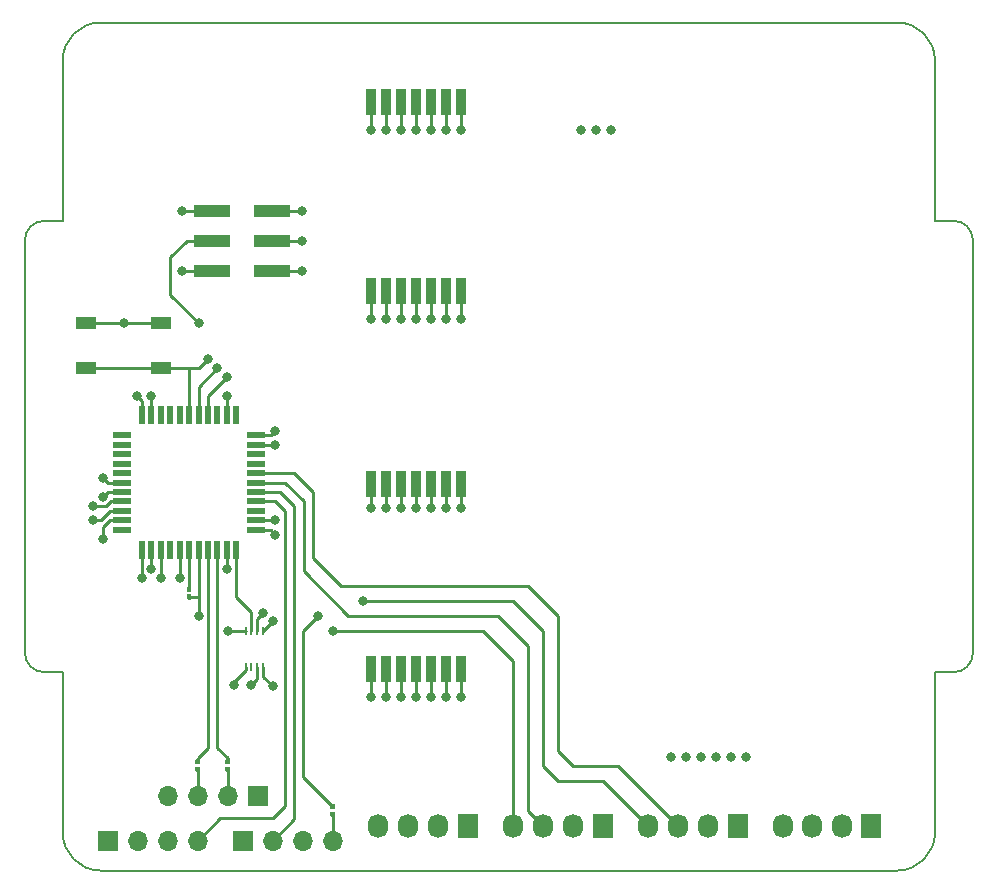
<source format=gbr>
%TF.GenerationSoftware,KiCad,Pcbnew,6.0.0-rc1-unknown-51473d9~66~ubuntu18.04.1*%
%TF.CreationDate,2018-10-04T17:45:44-06:00*%
%TF.ProjectId,thelio-io,7468656C696F2D696F2E6B696361645F,rev?*%
%TF.SameCoordinates,Original*%
%TF.FileFunction,Copper,L4,Bot,Signal*%
%TF.FilePolarity,Positive*%
%FSLAX46Y46*%
G04 Gerber Fmt 4.6, Leading zero omitted, Abs format (unit mm)*
G04 Created by KiCad (PCBNEW 6.0.0-rc1-unknown-51473d9~66~ubuntu18.04.1) date Thu Oct  4 17:45:44 2018*
%MOMM*%
%LPD*%
G01*
G04 APERTURE LIST*
%TA.AperFunction,NonConductor*%
%ADD10C,0.200000*%
%TD*%
%TA.AperFunction,NonConductor*%
%ADD11C,0.150000*%
%TD*%
%TA.AperFunction,ComponentPad*%
%ADD12O,1.730000X2.030000*%
%TD*%
%TA.AperFunction,ComponentPad*%
%ADD13R,1.730000X2.030000*%
%TD*%
%TA.AperFunction,ComponentPad*%
%ADD14O,1.700000X1.700000*%
%TD*%
%TA.AperFunction,ComponentPad*%
%ADD15R,1.700000X1.700000*%
%TD*%
%TA.AperFunction,SMDPad,CuDef*%
%ADD16R,3.150000X1.000000*%
%TD*%
%TA.AperFunction,SMDPad,CuDef*%
%ADD17R,1.700000X1.000000*%
%TD*%
%TA.AperFunction,SMDPad,CuDef*%
%ADD18R,0.900000X2.300000*%
%TD*%
%TA.AperFunction,Conductor*%
%ADD19C,0.350000*%
%TD*%
%TA.AperFunction,SMDPad,CuDef*%
%ADD20C,0.400000*%
%TD*%
%TA.AperFunction,SMDPad,CuDef*%
%ADD21R,0.250000X0.750000*%
%TD*%
%TA.AperFunction,SMDPad,CuDef*%
%ADD22R,1.500000X0.550000*%
%TD*%
%TA.AperFunction,SMDPad,CuDef*%
%ADD23R,0.550000X1.500000*%
%TD*%
%TA.AperFunction,ViaPad*%
%ADD24C,0.800000*%
%TD*%
%TA.AperFunction,Conductor*%
%ADD25C,0.250000*%
%TD*%
G04 APERTURE END LIST*
D10*
X77050000Y-53400000D02*
G75*
G02X75450000Y-55000000I-1600000J0D01*
G01*
X73850000Y-55000000D02*
X75450000Y-55000000D01*
X73850000Y-16800000D02*
X75450000Y-16800000D01*
X75450000Y-16800000D02*
G75*
G02X77050000Y-18400000I0J-1600000D01*
G01*
X77050000Y-18400000D02*
X77050000Y-53400000D01*
X-3200000Y-18400000D02*
G75*
G02X-1600000Y-16800000I1600000J0D01*
G01*
X-3200000Y-53400000D02*
X-3200000Y-18400000D01*
X-1600000Y-55000000D02*
G75*
G02X-3200000Y-53400000I0J1600000D01*
G01*
X0Y-55000000D02*
X-1600000Y-55000000D01*
X0Y-16800000D02*
X-1600000Y-16800000D01*
X0Y-55000000D02*
X0Y-68600000D01*
X0Y-16800000D02*
X0Y-3200000D01*
X73850000Y-55000000D02*
X73850000Y-68600000D01*
X73850000Y-16800000D02*
X73850000Y-3200000D01*
D11*
X73850000Y-68600000D02*
G75*
G02X70650000Y-71800000I-3200000J0D01*
G01*
D10*
X3200000Y-71800000D02*
G75*
G02X0Y-68600000I0J3200000D01*
G01*
X70650000Y-71800000D02*
X3200000Y-71800000D01*
X0Y-3200000D02*
G75*
G02X3200000Y0I3200000J0D01*
G01*
X70650000Y0D02*
G75*
G02X73850000Y-3200000I0J-3200000D01*
G01*
X3200000Y0D02*
X70650000Y0D01*
D12*
%TO.P,POWER0,4*%
%TO.N,+5V*%
X60960000Y-67990000D03*
%TO.P,POWER0,3*%
%TO.N,GND*%
X63460000Y-67990000D03*
%TO.P,POWER0,2*%
X65960000Y-67990000D03*
D13*
%TO.P,POWER0,1*%
%TO.N,+12V*%
X68460000Y-67990000D03*
%TD*%
D14*
%TO.P,USB0,4*%
%TO.N,GND*%
X8890000Y-65450000D03*
%TO.P,USB0,3*%
%TO.N,Net-(R0-Pad1)*%
X11430000Y-65450000D03*
%TO.P,USB0,2*%
%TO.N,Net-(R1-Pad1)*%
X13970000Y-65450000D03*
D15*
%TO.P,USB0,1*%
%TO.N,VCC*%
X16510000Y-65450000D03*
%TD*%
D16*
%TO.P,ICSP0,6*%
%TO.N,GND*%
X17705000Y-15920000D03*
%TO.P,ICSP0,5*%
%TO.N,RST*%
X12655000Y-15920000D03*
%TO.P,ICSP0,4*%
%TO.N,MOSI*%
X17705000Y-18460000D03*
%TO.P,ICSP0,3*%
%TO.N,SCLK*%
X12655000Y-18460000D03*
%TO.P,ICSP0,2*%
%TO.N,VCC*%
X17705000Y-21000000D03*
%TO.P,ICSP0,1*%
%TO.N,MISO*%
X12655000Y-21000000D03*
%TD*%
D17*
%TO.P,B0,2*%
%TO.N,PB4*%
X2000000Y-29250000D03*
X8300000Y-29250000D03*
%TO.P,B0,1*%
%TO.N,GND*%
X2000000Y-25450000D03*
X8300000Y-25450000D03*
%TD*%
D18*
%TO.P,DATA1,1*%
%TO.N,Net-(DATA1-Pad1)*%
X33720000Y-22760000D03*
%TO.P,DATA1,2*%
%TO.N,Net-(DATA1-Pad2)*%
X32450000Y-22760000D03*
%TO.P,DATA1,3*%
%TO.N,Net-(DATA1-Pad3)*%
X31180000Y-22760000D03*
%TO.P,DATA1,4*%
%TO.N,Net-(DATA1-Pad4)*%
X29910000Y-22760000D03*
%TO.P,DATA1,5*%
%TO.N,Net-(DATA1-Pad5)*%
X28640000Y-22760000D03*
%TO.P,DATA1,6*%
%TO.N,Net-(DATA1-Pad6)*%
X27370000Y-22760000D03*
%TO.P,DATA1,7*%
%TO.N,Net-(DATA1-Pad7)*%
X26100000Y-22760000D03*
%TD*%
%TO.P,DATA0,1*%
%TO.N,Net-(DATA0-Pad1)*%
X33720000Y-6760000D03*
%TO.P,DATA0,2*%
%TO.N,Net-(DATA0-Pad2)*%
X32450000Y-6760000D03*
%TO.P,DATA0,3*%
%TO.N,Net-(DATA0-Pad3)*%
X31180000Y-6760000D03*
%TO.P,DATA0,4*%
%TO.N,Net-(DATA0-Pad4)*%
X29910000Y-6760000D03*
%TO.P,DATA0,5*%
%TO.N,Net-(DATA0-Pad5)*%
X28640000Y-6760000D03*
%TO.P,DATA0,6*%
%TO.N,Net-(DATA0-Pad6)*%
X27370000Y-6760000D03*
%TO.P,DATA0,7*%
%TO.N,Net-(DATA0-Pad7)*%
X26100000Y-6760000D03*
%TD*%
%TO.P,DATA3,1*%
%TO.N,Net-(DATA3-Pad1)*%
X33720000Y-54760000D03*
%TO.P,DATA3,2*%
%TO.N,Net-(DATA3-Pad2)*%
X32450000Y-54760000D03*
%TO.P,DATA3,3*%
%TO.N,Net-(DATA3-Pad3)*%
X31180000Y-54760000D03*
%TO.P,DATA3,4*%
%TO.N,Net-(DATA3-Pad4)*%
X29910000Y-54760000D03*
%TO.P,DATA3,5*%
%TO.N,Net-(DATA3-Pad5)*%
X28640000Y-54760000D03*
%TO.P,DATA3,6*%
%TO.N,Net-(DATA3-Pad6)*%
X27370000Y-54760000D03*
%TO.P,DATA3,7*%
%TO.N,Net-(DATA3-Pad7)*%
X26100000Y-54760000D03*
%TD*%
%TO.P,DATA2,1*%
%TO.N,Net-(DATA2-Pad1)*%
X33720000Y-39110000D03*
%TO.P,DATA2,2*%
%TO.N,Net-(DATA2-Pad2)*%
X32450000Y-39110000D03*
%TO.P,DATA2,3*%
%TO.N,Net-(DATA2-Pad3)*%
X31180000Y-39110000D03*
%TO.P,DATA2,4*%
%TO.N,Net-(DATA2-Pad4)*%
X29910000Y-39110000D03*
%TO.P,DATA2,5*%
%TO.N,Net-(DATA2-Pad5)*%
X28640000Y-39110000D03*
%TO.P,DATA2,6*%
%TO.N,Net-(DATA2-Pad6)*%
X27370000Y-39110000D03*
%TO.P,DATA2,7*%
%TO.N,Net-(DATA2-Pad7)*%
X26100000Y-39110000D03*
%TD*%
D19*
%TO.N,GND*%
%TO.C,C0*%
G36*
X10809802Y-48395482D02*
X10819509Y-48396921D01*
X10829028Y-48399306D01*
X10838268Y-48402612D01*
X10847140Y-48406808D01*
X10855557Y-48411853D01*
X10863439Y-48417699D01*
X10870711Y-48424289D01*
X10877301Y-48431561D01*
X10883147Y-48439443D01*
X10888192Y-48447860D01*
X10892388Y-48456732D01*
X10895694Y-48465972D01*
X10898079Y-48475491D01*
X10899518Y-48485198D01*
X10900000Y-48495000D01*
X10900000Y-48755000D01*
X10899518Y-48764802D01*
X10898079Y-48774509D01*
X10895694Y-48784028D01*
X10892388Y-48793268D01*
X10888192Y-48802140D01*
X10883147Y-48810557D01*
X10877301Y-48818439D01*
X10870711Y-48825711D01*
X10863439Y-48832301D01*
X10855557Y-48838147D01*
X10847140Y-48843192D01*
X10838268Y-48847388D01*
X10829028Y-48850694D01*
X10819509Y-48853079D01*
X10809802Y-48854518D01*
X10800000Y-48855000D01*
X10600000Y-48855000D01*
X10590198Y-48854518D01*
X10580491Y-48853079D01*
X10570972Y-48850694D01*
X10561732Y-48847388D01*
X10552860Y-48843192D01*
X10544443Y-48838147D01*
X10536561Y-48832301D01*
X10529289Y-48825711D01*
X10522699Y-48818439D01*
X10516853Y-48810557D01*
X10511808Y-48802140D01*
X10507612Y-48793268D01*
X10504306Y-48784028D01*
X10501921Y-48774509D01*
X10500482Y-48764802D01*
X10500000Y-48755000D01*
X10500000Y-48495000D01*
X10500482Y-48485198D01*
X10501921Y-48475491D01*
X10504306Y-48465972D01*
X10507612Y-48456732D01*
X10511808Y-48447860D01*
X10516853Y-48439443D01*
X10522699Y-48431561D01*
X10529289Y-48424289D01*
X10536561Y-48417699D01*
X10544443Y-48411853D01*
X10552860Y-48406808D01*
X10561732Y-48402612D01*
X10570972Y-48399306D01*
X10580491Y-48396921D01*
X10590198Y-48395482D01*
X10600000Y-48395000D01*
X10800000Y-48395000D01*
X10809802Y-48395482D01*
X10809802Y-48395482D01*
G37*
D20*
%TD*%
%TO.P,C0,2*%
%TO.N,GND*%
X10700000Y-48625000D03*
D19*
%TO.N,Net-(AVR0-Pad6)*%
%TO.C,C0*%
G36*
X10809802Y-47755482D02*
X10819509Y-47756921D01*
X10829028Y-47759306D01*
X10838268Y-47762612D01*
X10847140Y-47766808D01*
X10855557Y-47771853D01*
X10863439Y-47777699D01*
X10870711Y-47784289D01*
X10877301Y-47791561D01*
X10883147Y-47799443D01*
X10888192Y-47807860D01*
X10892388Y-47816732D01*
X10895694Y-47825972D01*
X10898079Y-47835491D01*
X10899518Y-47845198D01*
X10900000Y-47855000D01*
X10900000Y-48115000D01*
X10899518Y-48124802D01*
X10898079Y-48134509D01*
X10895694Y-48144028D01*
X10892388Y-48153268D01*
X10888192Y-48162140D01*
X10883147Y-48170557D01*
X10877301Y-48178439D01*
X10870711Y-48185711D01*
X10863439Y-48192301D01*
X10855557Y-48198147D01*
X10847140Y-48203192D01*
X10838268Y-48207388D01*
X10829028Y-48210694D01*
X10819509Y-48213079D01*
X10809802Y-48214518D01*
X10800000Y-48215000D01*
X10600000Y-48215000D01*
X10590198Y-48214518D01*
X10580491Y-48213079D01*
X10570972Y-48210694D01*
X10561732Y-48207388D01*
X10552860Y-48203192D01*
X10544443Y-48198147D01*
X10536561Y-48192301D01*
X10529289Y-48185711D01*
X10522699Y-48178439D01*
X10516853Y-48170557D01*
X10511808Y-48162140D01*
X10507612Y-48153268D01*
X10504306Y-48144028D01*
X10501921Y-48134509D01*
X10500482Y-48124802D01*
X10500000Y-48115000D01*
X10500000Y-47855000D01*
X10500482Y-47845198D01*
X10501921Y-47835491D01*
X10504306Y-47825972D01*
X10507612Y-47816732D01*
X10511808Y-47807860D01*
X10516853Y-47799443D01*
X10522699Y-47791561D01*
X10529289Y-47784289D01*
X10536561Y-47777699D01*
X10544443Y-47771853D01*
X10552860Y-47766808D01*
X10561732Y-47762612D01*
X10570972Y-47759306D01*
X10580491Y-47756921D01*
X10590198Y-47755482D01*
X10600000Y-47755000D01*
X10800000Y-47755000D01*
X10809802Y-47755482D01*
X10809802Y-47755482D01*
G37*
D20*
%TD*%
%TO.P,C0,1*%
%TO.N,Net-(AVR0-Pad6)*%
X10700000Y-47985000D03*
D19*
%TO.N,Net-(AVR0-Pad4)*%
%TO.C,R0*%
G36*
X11539802Y-62360482D02*
X11549509Y-62361921D01*
X11559028Y-62364306D01*
X11568268Y-62367612D01*
X11577140Y-62371808D01*
X11585557Y-62376853D01*
X11593439Y-62382699D01*
X11600711Y-62389289D01*
X11607301Y-62396561D01*
X11613147Y-62404443D01*
X11618192Y-62412860D01*
X11622388Y-62421732D01*
X11625694Y-62430972D01*
X11628079Y-62440491D01*
X11629518Y-62450198D01*
X11630000Y-62460000D01*
X11630000Y-62720000D01*
X11629518Y-62729802D01*
X11628079Y-62739509D01*
X11625694Y-62749028D01*
X11622388Y-62758268D01*
X11618192Y-62767140D01*
X11613147Y-62775557D01*
X11607301Y-62783439D01*
X11600711Y-62790711D01*
X11593439Y-62797301D01*
X11585557Y-62803147D01*
X11577140Y-62808192D01*
X11568268Y-62812388D01*
X11559028Y-62815694D01*
X11549509Y-62818079D01*
X11539802Y-62819518D01*
X11530000Y-62820000D01*
X11330000Y-62820000D01*
X11320198Y-62819518D01*
X11310491Y-62818079D01*
X11300972Y-62815694D01*
X11291732Y-62812388D01*
X11282860Y-62808192D01*
X11274443Y-62803147D01*
X11266561Y-62797301D01*
X11259289Y-62790711D01*
X11252699Y-62783439D01*
X11246853Y-62775557D01*
X11241808Y-62767140D01*
X11237612Y-62758268D01*
X11234306Y-62749028D01*
X11231921Y-62739509D01*
X11230482Y-62729802D01*
X11230000Y-62720000D01*
X11230000Y-62460000D01*
X11230482Y-62450198D01*
X11231921Y-62440491D01*
X11234306Y-62430972D01*
X11237612Y-62421732D01*
X11241808Y-62412860D01*
X11246853Y-62404443D01*
X11252699Y-62396561D01*
X11259289Y-62389289D01*
X11266561Y-62382699D01*
X11274443Y-62376853D01*
X11282860Y-62371808D01*
X11291732Y-62367612D01*
X11300972Y-62364306D01*
X11310491Y-62361921D01*
X11320198Y-62360482D01*
X11330000Y-62360000D01*
X11530000Y-62360000D01*
X11539802Y-62360482D01*
X11539802Y-62360482D01*
G37*
D20*
%TD*%
%TO.P,R0,2*%
%TO.N,Net-(AVR0-Pad4)*%
X11430000Y-62590000D03*
D19*
%TO.N,Net-(R0-Pad1)*%
%TO.C,R0*%
G36*
X11539802Y-63000482D02*
X11549509Y-63001921D01*
X11559028Y-63004306D01*
X11568268Y-63007612D01*
X11577140Y-63011808D01*
X11585557Y-63016853D01*
X11593439Y-63022699D01*
X11600711Y-63029289D01*
X11607301Y-63036561D01*
X11613147Y-63044443D01*
X11618192Y-63052860D01*
X11622388Y-63061732D01*
X11625694Y-63070972D01*
X11628079Y-63080491D01*
X11629518Y-63090198D01*
X11630000Y-63100000D01*
X11630000Y-63360000D01*
X11629518Y-63369802D01*
X11628079Y-63379509D01*
X11625694Y-63389028D01*
X11622388Y-63398268D01*
X11618192Y-63407140D01*
X11613147Y-63415557D01*
X11607301Y-63423439D01*
X11600711Y-63430711D01*
X11593439Y-63437301D01*
X11585557Y-63443147D01*
X11577140Y-63448192D01*
X11568268Y-63452388D01*
X11559028Y-63455694D01*
X11549509Y-63458079D01*
X11539802Y-63459518D01*
X11530000Y-63460000D01*
X11330000Y-63460000D01*
X11320198Y-63459518D01*
X11310491Y-63458079D01*
X11300972Y-63455694D01*
X11291732Y-63452388D01*
X11282860Y-63448192D01*
X11274443Y-63443147D01*
X11266561Y-63437301D01*
X11259289Y-63430711D01*
X11252699Y-63423439D01*
X11246853Y-63415557D01*
X11241808Y-63407140D01*
X11237612Y-63398268D01*
X11234306Y-63389028D01*
X11231921Y-63379509D01*
X11230482Y-63369802D01*
X11230000Y-63360000D01*
X11230000Y-63100000D01*
X11230482Y-63090198D01*
X11231921Y-63080491D01*
X11234306Y-63070972D01*
X11237612Y-63061732D01*
X11241808Y-63052860D01*
X11246853Y-63044443D01*
X11252699Y-63036561D01*
X11259289Y-63029289D01*
X11266561Y-63022699D01*
X11274443Y-63016853D01*
X11282860Y-63011808D01*
X11291732Y-63007612D01*
X11300972Y-63004306D01*
X11310491Y-63001921D01*
X11320198Y-63000482D01*
X11330000Y-63000000D01*
X11530000Y-63000000D01*
X11539802Y-63000482D01*
X11539802Y-63000482D01*
G37*
D20*
%TD*%
%TO.P,R0,1*%
%TO.N,Net-(R0-Pad1)*%
X11430000Y-63230000D03*
D19*
%TO.N,Net-(AVR0-Pad3)*%
%TO.C,R1*%
G36*
X14079802Y-62360482D02*
X14089509Y-62361921D01*
X14099028Y-62364306D01*
X14108268Y-62367612D01*
X14117140Y-62371808D01*
X14125557Y-62376853D01*
X14133439Y-62382699D01*
X14140711Y-62389289D01*
X14147301Y-62396561D01*
X14153147Y-62404443D01*
X14158192Y-62412860D01*
X14162388Y-62421732D01*
X14165694Y-62430972D01*
X14168079Y-62440491D01*
X14169518Y-62450198D01*
X14170000Y-62460000D01*
X14170000Y-62720000D01*
X14169518Y-62729802D01*
X14168079Y-62739509D01*
X14165694Y-62749028D01*
X14162388Y-62758268D01*
X14158192Y-62767140D01*
X14153147Y-62775557D01*
X14147301Y-62783439D01*
X14140711Y-62790711D01*
X14133439Y-62797301D01*
X14125557Y-62803147D01*
X14117140Y-62808192D01*
X14108268Y-62812388D01*
X14099028Y-62815694D01*
X14089509Y-62818079D01*
X14079802Y-62819518D01*
X14070000Y-62820000D01*
X13870000Y-62820000D01*
X13860198Y-62819518D01*
X13850491Y-62818079D01*
X13840972Y-62815694D01*
X13831732Y-62812388D01*
X13822860Y-62808192D01*
X13814443Y-62803147D01*
X13806561Y-62797301D01*
X13799289Y-62790711D01*
X13792699Y-62783439D01*
X13786853Y-62775557D01*
X13781808Y-62767140D01*
X13777612Y-62758268D01*
X13774306Y-62749028D01*
X13771921Y-62739509D01*
X13770482Y-62729802D01*
X13770000Y-62720000D01*
X13770000Y-62460000D01*
X13770482Y-62450198D01*
X13771921Y-62440491D01*
X13774306Y-62430972D01*
X13777612Y-62421732D01*
X13781808Y-62412860D01*
X13786853Y-62404443D01*
X13792699Y-62396561D01*
X13799289Y-62389289D01*
X13806561Y-62382699D01*
X13814443Y-62376853D01*
X13822860Y-62371808D01*
X13831732Y-62367612D01*
X13840972Y-62364306D01*
X13850491Y-62361921D01*
X13860198Y-62360482D01*
X13870000Y-62360000D01*
X14070000Y-62360000D01*
X14079802Y-62360482D01*
X14079802Y-62360482D01*
G37*
D20*
%TD*%
%TO.P,R1,2*%
%TO.N,Net-(AVR0-Pad3)*%
X13970000Y-62590000D03*
D19*
%TO.N,Net-(R1-Pad1)*%
%TO.C,R1*%
G36*
X14079802Y-63000482D02*
X14089509Y-63001921D01*
X14099028Y-63004306D01*
X14108268Y-63007612D01*
X14117140Y-63011808D01*
X14125557Y-63016853D01*
X14133439Y-63022699D01*
X14140711Y-63029289D01*
X14147301Y-63036561D01*
X14153147Y-63044443D01*
X14158192Y-63052860D01*
X14162388Y-63061732D01*
X14165694Y-63070972D01*
X14168079Y-63080491D01*
X14169518Y-63090198D01*
X14170000Y-63100000D01*
X14170000Y-63360000D01*
X14169518Y-63369802D01*
X14168079Y-63379509D01*
X14165694Y-63389028D01*
X14162388Y-63398268D01*
X14158192Y-63407140D01*
X14153147Y-63415557D01*
X14147301Y-63423439D01*
X14140711Y-63430711D01*
X14133439Y-63437301D01*
X14125557Y-63443147D01*
X14117140Y-63448192D01*
X14108268Y-63452388D01*
X14099028Y-63455694D01*
X14089509Y-63458079D01*
X14079802Y-63459518D01*
X14070000Y-63460000D01*
X13870000Y-63460000D01*
X13860198Y-63459518D01*
X13850491Y-63458079D01*
X13840972Y-63455694D01*
X13831732Y-63452388D01*
X13822860Y-63448192D01*
X13814443Y-63443147D01*
X13806561Y-63437301D01*
X13799289Y-63430711D01*
X13792699Y-63423439D01*
X13786853Y-63415557D01*
X13781808Y-63407140D01*
X13777612Y-63398268D01*
X13774306Y-63389028D01*
X13771921Y-63379509D01*
X13770482Y-63369802D01*
X13770000Y-63360000D01*
X13770000Y-63100000D01*
X13770482Y-63090198D01*
X13771921Y-63080491D01*
X13774306Y-63070972D01*
X13777612Y-63061732D01*
X13781808Y-63052860D01*
X13786853Y-63044443D01*
X13792699Y-63036561D01*
X13799289Y-63029289D01*
X13806561Y-63022699D01*
X13814443Y-63016853D01*
X13822860Y-63011808D01*
X13831732Y-63007612D01*
X13840972Y-63004306D01*
X13850491Y-63001921D01*
X13860198Y-63000482D01*
X13870000Y-63000000D01*
X14070000Y-63000000D01*
X14079802Y-63000482D01*
X14079802Y-63000482D01*
G37*
D20*
%TD*%
%TO.P,R1,1*%
%TO.N,Net-(R1-Pad1)*%
X13970000Y-63230000D03*
D19*
%TO.N,Net-(PFP0-Pad4)*%
%TO.C,R2*%
G36*
X22969802Y-66810482D02*
X22979509Y-66811921D01*
X22989028Y-66814306D01*
X22998268Y-66817612D01*
X23007140Y-66821808D01*
X23015557Y-66826853D01*
X23023439Y-66832699D01*
X23030711Y-66839289D01*
X23037301Y-66846561D01*
X23043147Y-66854443D01*
X23048192Y-66862860D01*
X23052388Y-66871732D01*
X23055694Y-66880972D01*
X23058079Y-66890491D01*
X23059518Y-66900198D01*
X23060000Y-66910000D01*
X23060000Y-67170000D01*
X23059518Y-67179802D01*
X23058079Y-67189509D01*
X23055694Y-67199028D01*
X23052388Y-67208268D01*
X23048192Y-67217140D01*
X23043147Y-67225557D01*
X23037301Y-67233439D01*
X23030711Y-67240711D01*
X23023439Y-67247301D01*
X23015557Y-67253147D01*
X23007140Y-67258192D01*
X22998268Y-67262388D01*
X22989028Y-67265694D01*
X22979509Y-67268079D01*
X22969802Y-67269518D01*
X22960000Y-67270000D01*
X22760000Y-67270000D01*
X22750198Y-67269518D01*
X22740491Y-67268079D01*
X22730972Y-67265694D01*
X22721732Y-67262388D01*
X22712860Y-67258192D01*
X22704443Y-67253147D01*
X22696561Y-67247301D01*
X22689289Y-67240711D01*
X22682699Y-67233439D01*
X22676853Y-67225557D01*
X22671808Y-67217140D01*
X22667612Y-67208268D01*
X22664306Y-67199028D01*
X22661921Y-67189509D01*
X22660482Y-67179802D01*
X22660000Y-67170000D01*
X22660000Y-66910000D01*
X22660482Y-66900198D01*
X22661921Y-66890491D01*
X22664306Y-66880972D01*
X22667612Y-66871732D01*
X22671808Y-66862860D01*
X22676853Y-66854443D01*
X22682699Y-66846561D01*
X22689289Y-66839289D01*
X22696561Y-66832699D01*
X22704443Y-66826853D01*
X22712860Y-66821808D01*
X22721732Y-66817612D01*
X22730972Y-66814306D01*
X22740491Y-66811921D01*
X22750198Y-66810482D01*
X22760000Y-66810000D01*
X22960000Y-66810000D01*
X22969802Y-66810482D01*
X22969802Y-66810482D01*
G37*
D20*
%TD*%
%TO.P,R2,2*%
%TO.N,Net-(PFP0-Pad4)*%
X22860000Y-67040000D03*
D19*
%TO.N,OC4A*%
%TO.C,R2*%
G36*
X22969802Y-66170482D02*
X22979509Y-66171921D01*
X22989028Y-66174306D01*
X22998268Y-66177612D01*
X23007140Y-66181808D01*
X23015557Y-66186853D01*
X23023439Y-66192699D01*
X23030711Y-66199289D01*
X23037301Y-66206561D01*
X23043147Y-66214443D01*
X23048192Y-66222860D01*
X23052388Y-66231732D01*
X23055694Y-66240972D01*
X23058079Y-66250491D01*
X23059518Y-66260198D01*
X23060000Y-66270000D01*
X23060000Y-66530000D01*
X23059518Y-66539802D01*
X23058079Y-66549509D01*
X23055694Y-66559028D01*
X23052388Y-66568268D01*
X23048192Y-66577140D01*
X23043147Y-66585557D01*
X23037301Y-66593439D01*
X23030711Y-66600711D01*
X23023439Y-66607301D01*
X23015557Y-66613147D01*
X23007140Y-66618192D01*
X22998268Y-66622388D01*
X22989028Y-66625694D01*
X22979509Y-66628079D01*
X22969802Y-66629518D01*
X22960000Y-66630000D01*
X22760000Y-66630000D01*
X22750198Y-66629518D01*
X22740491Y-66628079D01*
X22730972Y-66625694D01*
X22721732Y-66622388D01*
X22712860Y-66618192D01*
X22704443Y-66613147D01*
X22696561Y-66607301D01*
X22689289Y-66600711D01*
X22682699Y-66593439D01*
X22676853Y-66585557D01*
X22671808Y-66577140D01*
X22667612Y-66568268D01*
X22664306Y-66559028D01*
X22661921Y-66549509D01*
X22660482Y-66539802D01*
X22660000Y-66530000D01*
X22660000Y-66270000D01*
X22660482Y-66260198D01*
X22661921Y-66250491D01*
X22664306Y-66240972D01*
X22667612Y-66231732D01*
X22671808Y-66222860D01*
X22676853Y-66214443D01*
X22682699Y-66206561D01*
X22689289Y-66199289D01*
X22696561Y-66192699D01*
X22704443Y-66186853D01*
X22712860Y-66181808D01*
X22721732Y-66177612D01*
X22730972Y-66174306D01*
X22740491Y-66171921D01*
X22750198Y-66170482D01*
X22760000Y-66170000D01*
X22960000Y-66170000D01*
X22969802Y-66170482D01*
X22969802Y-66170482D01*
G37*
D20*
%TD*%
%TO.P,R2,1*%
%TO.N,OC4A*%
X22860000Y-66400000D03*
D12*
%TO.P,CPUOUT0,4*%
%TO.N,Net-(CPUMUX0-Pad5)*%
X38100000Y-67990000D03*
%TO.P,CPUOUT0,3*%
%TO.N,ADC4*%
X40640000Y-67990000D03*
%TO.P,CPUOUT0,2*%
%TO.N,+12V*%
X43180000Y-67990000D03*
D13*
%TO.P,CPUOUT0,1*%
%TO.N,GND*%
X45720000Y-67990000D03*
%TD*%
D21*
%TO.P,CPUMUX0,8*%
%TO.N,VCC*%
X16975000Y-51480000D03*
%TO.P,CPUMUX0,7*%
%TO.N,GND*%
X16475000Y-51480000D03*
%TO.P,CPUMUX0,6*%
%TO.N,PE6*%
X15975000Y-51480000D03*
%TO.P,CPUMUX0,5*%
%TO.N,Net-(CPUMUX0-Pad5)*%
X15475000Y-51480000D03*
%TO.P,CPUMUX0,4*%
%TO.N,GND*%
X15475000Y-54580000D03*
%TO.P,CPUMUX0,3*%
%TO.N,Net-(CPUMUX0-Pad3)*%
X15975000Y-54580000D03*
%TO.P,CPUMUX0,2*%
%TO.N,OC1A*%
X16475000Y-54580000D03*
%TO.P,CPUMUX0,1*%
%TO.N,Net-(CPUIN0-Pad4)*%
X16975000Y-54580000D03*
%TD*%
D22*
%TO.P,AVR0,44*%
%TO.N,VCC*%
X16400000Y-42950000D03*
%TO.P,AVR0,43*%
%TO.N,GND*%
X16400000Y-42150000D03*
%TO.P,AVR0,42*%
%TO.N,Net-(AVR0-Pad42)*%
X16400000Y-41350000D03*
%TO.P,AVR0,41*%
%TO.N,ADC0*%
X16400000Y-40550000D03*
%TO.P,AVR0,40*%
%TO.N,ADC1*%
X16400000Y-39750000D03*
%TO.P,AVR0,39*%
%TO.N,ADC4*%
X16400000Y-38950000D03*
%TO.P,AVR0,38*%
%TO.N,ADC5*%
X16400000Y-38150000D03*
%TO.P,AVR0,37*%
%TO.N,ADC6*%
X16400000Y-37350000D03*
%TO.P,AVR0,36*%
%TO.N,ADC7*%
X16400000Y-36550000D03*
%TO.P,AVR0,35*%
%TO.N,GND*%
X16400000Y-35750000D03*
%TO.P,AVR0,34*%
%TO.N,VCC*%
X16400000Y-34950000D03*
D23*
%TO.P,AVR0,33*%
%TO.N,HWB*%
X14700000Y-33250000D03*
%TO.P,AVR0,32*%
%TO.N,OC4A*%
X13900000Y-33250000D03*
%TO.P,AVR0,31*%
%TO.N,OC3A*%
X13100000Y-33250000D03*
%TO.P,AVR0,30*%
%TO.N,OC1B*%
X12300000Y-33250000D03*
%TO.P,AVR0,29*%
%TO.N,OC1A*%
X11500000Y-33250000D03*
%TO.P,AVR0,28*%
%TO.N,PB4*%
X10700000Y-33250000D03*
%TO.P,AVR0,27*%
%TO.N,ADC10*%
X9900000Y-33250000D03*
%TO.P,AVR0,26*%
%TO.N,ADC9*%
X9100000Y-33250000D03*
%TO.P,AVR0,25*%
%TO.N,ADC8*%
X8300000Y-33250000D03*
%TO.P,AVR0,24*%
%TO.N,VCC*%
X7500000Y-33250000D03*
%TO.P,AVR0,23*%
%TO.N,GND*%
X6700000Y-33250000D03*
D22*
%TO.P,AVR0,22*%
%TO.N,XCK1*%
X5000000Y-34950000D03*
%TO.P,AVR0,21*%
%TO.N,TXD1*%
X5000000Y-35750000D03*
%TO.P,AVR0,20*%
%TO.N,RXD1*%
X5000000Y-36550000D03*
%TO.P,AVR0,19*%
%TO.N,SDA*%
X5000000Y-37350000D03*
%TO.P,AVR0,18*%
%TO.N,SCL*%
X5000000Y-38150000D03*
%TO.P,AVR0,17*%
%TO.N,Net-(AVR0-Pad17)*%
X5000000Y-38950000D03*
%TO.P,AVR0,16*%
%TO.N,Net-(AVR0-Pad16)*%
X5000000Y-39750000D03*
%TO.P,AVR0,15*%
%TO.N,GND*%
X5000000Y-40550000D03*
%TO.P,AVR0,14*%
%TO.N,VCC*%
X5000000Y-41350000D03*
%TO.P,AVR0,13*%
%TO.N,RST*%
X5000000Y-42150000D03*
%TO.P,AVR0,12*%
%TO.N,RTS*%
X5000000Y-42950000D03*
D23*
%TO.P,AVR0,11*%
%TO.N,MISO*%
X6700000Y-44650000D03*
%TO.P,AVR0,10*%
%TO.N,MOSI*%
X7500000Y-44650000D03*
%TO.P,AVR0,9*%
%TO.N,SCLK*%
X8300000Y-44650000D03*
%TO.P,AVR0,8*%
%TO.N,SS*%
X9100000Y-44650000D03*
%TO.P,AVR0,7*%
%TO.N,VCC*%
X9900000Y-44650000D03*
%TO.P,AVR0,6*%
%TO.N,Net-(AVR0-Pad6)*%
X10700000Y-44650000D03*
%TO.P,AVR0,5*%
%TO.N,GND*%
X11500000Y-44650000D03*
%TO.P,AVR0,4*%
%TO.N,Net-(AVR0-Pad4)*%
X12300000Y-44650000D03*
%TO.P,AVR0,3*%
%TO.N,Net-(AVR0-Pad3)*%
X13100000Y-44650000D03*
%TO.P,AVR0,2*%
%TO.N,VCC*%
X13900000Y-44650000D03*
%TO.P,AVR0,1*%
%TO.N,PE6*%
X14700000Y-44650000D03*
%TD*%
D14*
%TO.P,PMB0,4*%
%TO.N,ADC0*%
X11430000Y-69260000D03*
%TO.P,PMB0,3*%
%TO.N,Net-(PMB0-Pad3)*%
X8890000Y-69260000D03*
%TO.P,PMB0,2*%
%TO.N,PB4*%
X6350000Y-69260000D03*
D15*
%TO.P,PMB0,1*%
%TO.N,GND*%
X3810000Y-69260000D03*
%TD*%
D12*
%TO.P,CPUIN0,4*%
%TO.N,Net-(CPUIN0-Pad4)*%
X26670000Y-67990000D03*
%TO.P,CPUIN0,3*%
%TO.N,ADC4*%
X29210000Y-67990000D03*
%TO.P,CPUIN0,2*%
%TO.N,Net-(CPUIN0-Pad2)*%
X31750000Y-67990000D03*
D13*
%TO.P,CPUIN0,1*%
%TO.N,GND*%
X34290000Y-67990000D03*
%TD*%
D12*
%TO.P,INTAKE0,4*%
%TO.N,OC1B*%
X49530000Y-67990000D03*
%TO.P,INTAKE0,3*%
%TO.N,ADC5*%
X52070000Y-67990000D03*
%TO.P,INTAKE0,2*%
%TO.N,+12V*%
X54610000Y-67990000D03*
D13*
%TO.P,INTAKE0,1*%
%TO.N,GND*%
X57150000Y-67990000D03*
%TD*%
D14*
%TO.P,PFP0,4*%
%TO.N,Net-(PFP0-Pad4)*%
X22860000Y-69260000D03*
%TO.P,PFP0,3*%
%TO.N,GND*%
X20320000Y-69260000D03*
%TO.P,PFP0,2*%
%TO.N,ADC1*%
X17780000Y-69260000D03*
D15*
%TO.P,PFP0,1*%
%TO.N,GND*%
X15240000Y-69260000D03*
%TD*%
D24*
%TO.N,Net-(AVR0-Pad17)*%
X3400000Y-38549998D03*
%TO.N,Net-(AVR0-Pad16)*%
X3400000Y-40150000D03*
%TO.N,Net-(CPUIN0-Pad4)*%
X17775000Y-56180000D03*
%TO.N,Net-(DATA2-Pad7)*%
X26100000Y-41110000D03*
%TO.N,Net-(DATA2-Pad6)*%
X27370000Y-41110000D03*
%TO.N,Net-(DATA2-Pad5)*%
X28640000Y-41110000D03*
%TO.N,Net-(DATA2-Pad4)*%
X29910000Y-41110000D03*
%TO.N,Net-(DATA2-Pad3)*%
X31180000Y-41110000D03*
%TO.N,Net-(DATA2-Pad2)*%
X32450000Y-41110000D03*
%TO.N,Net-(DATA2-Pad1)*%
X33720000Y-41110000D03*
%TO.N,Net-(DATA3-Pad7)*%
X26100000Y-57110000D03*
%TO.N,Net-(DATA3-Pad6)*%
X27370000Y-57110000D03*
%TO.N,Net-(DATA3-Pad5)*%
X28640000Y-57110000D03*
%TO.N,Net-(DATA3-Pad4)*%
X29910000Y-57110000D03*
%TO.N,Net-(DATA3-Pad3)*%
X31180000Y-57110000D03*
%TO.N,Net-(DATA3-Pad2)*%
X32450000Y-57110000D03*
%TO.N,Net-(DATA3-Pad1)*%
X33720000Y-57110000D03*
%TO.N,Net-(DATA0-Pad7)*%
X26100000Y-9110000D03*
%TO.N,Net-(DATA0-Pad6)*%
X27370000Y-9110000D03*
%TO.N,Net-(DATA0-Pad5)*%
X28640000Y-9110000D03*
%TO.N,Net-(DATA0-Pad4)*%
X29910000Y-9110000D03*
%TO.N,Net-(DATA0-Pad3)*%
X31180000Y-9110000D03*
%TO.N,Net-(DATA0-Pad2)*%
X32450000Y-9110000D03*
%TO.N,Net-(DATA0-Pad1)*%
X33720000Y-9110000D03*
%TO.N,Net-(DATA1-Pad7)*%
X26100000Y-25110000D03*
%TO.N,Net-(DATA1-Pad6)*%
X27370000Y-25110000D03*
%TO.N,Net-(DATA1-Pad5)*%
X28640000Y-25110000D03*
%TO.N,Net-(DATA1-Pad4)*%
X29910000Y-25110000D03*
%TO.N,Net-(DATA1-Pad3)*%
X31180000Y-25110000D03*
%TO.N,Net-(DATA1-Pad2)*%
X32450000Y-25110000D03*
%TO.N,Net-(DATA1-Pad1)*%
X33720000Y-25110000D03*
%TO.N,OC1B*%
X25400000Y-48940000D03*
X13900000Y-30050000D03*
%TO.N,OC1A*%
X15975000Y-56079994D03*
X13100000Y-29250000D03*
%TO.N,Net-(CPUMUX0-Pad5)*%
X13970000Y-51480000D03*
X22860000Y-51480000D03*
%TO.N,VCC*%
X18000000Y-43350000D03*
X7507115Y-31657115D03*
X17775000Y-50680000D03*
X13900000Y-46250000D03*
X2600000Y-42150000D03*
X9900000Y-47050000D03*
X18000000Y-34550000D03*
X20245000Y-21000000D03*
%TO.N,GND*%
X18000000Y-42150000D03*
X18000000Y-35750000D03*
X6300000Y-31650000D03*
X16975000Y-49980000D03*
X2600000Y-40950000D03*
X14475000Y-56080000D03*
X11500000Y-50250000D03*
X5200000Y-25450000D03*
X20245000Y-15920000D03*
X43880000Y-9110000D03*
X45150000Y-9110000D03*
X46420000Y-9110000D03*
X54040000Y-62190000D03*
X52770000Y-62190000D03*
X51500000Y-62190000D03*
%TO.N,MISO*%
X6700000Y-47050000D03*
X10115012Y-21000000D03*
%TO.N,MOSI*%
X7499984Y-46250000D03*
X20245000Y-18460000D03*
%TO.N,SCLK*%
X8300000Y-47050000D03*
X11500000Y-25450000D03*
%TO.N,OC4A*%
X21590000Y-50210000D03*
X13899976Y-31650000D03*
%TO.N,PB4*%
X12300000Y-28450000D03*
%TO.N,RST*%
X3400000Y-43750022D03*
X10115000Y-15920000D03*
%TO.N,+12V*%
X57850000Y-62190000D03*
X56580000Y-62190000D03*
X55310000Y-62190000D03*
%TD*%
D25*
%TO.N,Net-(AVR0-Pad17)*%
X3800002Y-38950000D02*
X3400000Y-38549998D01*
X5000000Y-38950000D02*
X3800002Y-38950000D01*
%TO.N,Net-(AVR0-Pad16)*%
X3800000Y-39750000D02*
X5000000Y-39750000D01*
X3400000Y-40150000D02*
X3800000Y-39750000D01*
%TO.N,Net-(AVR0-Pad6)*%
X10700000Y-44650000D02*
X10700000Y-47985000D01*
%TO.N,Net-(CPUIN0-Pad4)*%
X16975000Y-54580000D02*
X16975000Y-55380000D01*
X16975000Y-55380000D02*
X17775000Y-56180000D01*
%TO.N,Net-(DATA2-Pad7)*%
X26100000Y-41110000D02*
X26100000Y-39110000D01*
%TO.N,Net-(DATA2-Pad6)*%
X27370000Y-41110000D02*
X27370000Y-39110000D01*
%TO.N,Net-(DATA2-Pad5)*%
X28640000Y-41110000D02*
X28640000Y-39110000D01*
%TO.N,Net-(DATA2-Pad4)*%
X29910000Y-41110000D02*
X29910000Y-39110000D01*
%TO.N,Net-(DATA2-Pad3)*%
X31180000Y-41110000D02*
X31180000Y-39110000D01*
%TO.N,Net-(DATA2-Pad2)*%
X32450000Y-41110000D02*
X32450000Y-39110000D01*
%TO.N,Net-(DATA2-Pad1)*%
X33720000Y-41110000D02*
X33720000Y-39110000D01*
%TO.N,Net-(DATA3-Pad7)*%
X26100000Y-57110000D02*
X26100000Y-54760000D01*
%TO.N,Net-(DATA3-Pad6)*%
X27370000Y-57110000D02*
X27370000Y-54760000D01*
%TO.N,Net-(DATA3-Pad5)*%
X28640000Y-57110000D02*
X28640000Y-54760000D01*
%TO.N,Net-(DATA3-Pad4)*%
X29910000Y-57110000D02*
X29910000Y-54760000D01*
%TO.N,Net-(DATA3-Pad3)*%
X31180000Y-57110000D02*
X31180000Y-54760000D01*
%TO.N,Net-(DATA3-Pad2)*%
X32450000Y-57110000D02*
X32450000Y-54760000D01*
%TO.N,Net-(DATA3-Pad1)*%
X33720000Y-57110000D02*
X33720000Y-54760000D01*
%TO.N,Net-(DATA0-Pad7)*%
X26100000Y-9110000D02*
X26100000Y-6760000D01*
%TO.N,Net-(DATA0-Pad6)*%
X27370000Y-9110000D02*
X27370000Y-6760000D01*
%TO.N,Net-(DATA0-Pad5)*%
X28640000Y-9110000D02*
X28640000Y-6760000D01*
%TO.N,Net-(DATA0-Pad4)*%
X29910000Y-9110000D02*
X29910000Y-6760000D01*
%TO.N,Net-(DATA0-Pad3)*%
X31180000Y-9110000D02*
X31180000Y-6760000D01*
%TO.N,Net-(DATA0-Pad2)*%
X32450000Y-9110000D02*
X32450000Y-6760000D01*
%TO.N,Net-(DATA0-Pad1)*%
X33720000Y-9110000D02*
X33720000Y-6760000D01*
%TO.N,Net-(DATA1-Pad7)*%
X26100000Y-25110000D02*
X26100000Y-22760000D01*
%TO.N,Net-(DATA1-Pad6)*%
X27370000Y-25110000D02*
X27370000Y-22760000D01*
%TO.N,Net-(DATA1-Pad5)*%
X28640000Y-25110000D02*
X28640000Y-22760000D01*
%TO.N,Net-(DATA1-Pad4)*%
X29910000Y-25110000D02*
X29910000Y-22760000D01*
%TO.N,Net-(DATA1-Pad3)*%
X31180000Y-25110000D02*
X31180000Y-22760000D01*
%TO.N,Net-(DATA1-Pad2)*%
X32450000Y-25110000D02*
X32450000Y-22760000D01*
%TO.N,Net-(DATA1-Pad1)*%
X33720000Y-25110000D02*
X33720000Y-22760000D01*
%TO.N,Net-(AVR0-Pad3)*%
X13970000Y-62590000D02*
X13970000Y-62260000D01*
X13970000Y-62260000D02*
X13100000Y-61390000D01*
X13100000Y-61390000D02*
X13100000Y-44650000D01*
%TO.N,Net-(AVR0-Pad4)*%
X12300000Y-44650000D02*
X12300000Y-61390000D01*
X11430000Y-62260000D02*
X12300000Y-61390000D01*
X11430000Y-62590000D02*
X11430000Y-62260000D01*
%TO.N,Net-(PFP0-Pad4)*%
X22860000Y-69260000D02*
X22860000Y-67040000D01*
%TO.N,Net-(R1-Pad1)*%
X13970000Y-65450000D02*
X13970000Y-63230000D01*
%TO.N,OC1B*%
X12300000Y-33250000D02*
X12300000Y-31650000D01*
X12300000Y-31650000D02*
X13900000Y-30050000D01*
X45720000Y-64180000D02*
X41910000Y-64180000D01*
X40640000Y-62910000D02*
X40640000Y-51480000D01*
X40640000Y-51480000D02*
X38100000Y-48940000D01*
X49530000Y-67990000D02*
X45720000Y-64180000D01*
X41910000Y-64180000D02*
X40640000Y-62910000D01*
X38100000Y-48940000D02*
X25400000Y-48940000D01*
%TO.N,OC1A*%
X16475000Y-54580000D02*
X16475000Y-55579994D01*
X16475000Y-55579994D02*
X15975000Y-56079994D01*
X11500000Y-30850000D02*
X13100000Y-29250000D01*
X11500000Y-33250000D02*
X11500000Y-30850000D01*
%TO.N,Net-(CPUMUX0-Pad5)*%
X13970000Y-51480000D02*
X15475000Y-51480000D01*
X35560000Y-51480000D02*
X38100000Y-54020000D01*
X22860000Y-51480000D02*
X35560000Y-51480000D01*
X38100000Y-54020000D02*
X38100000Y-67990000D01*
%TO.N,VCC*%
X16400000Y-42950000D02*
X17600001Y-42950001D01*
X17600001Y-42950001D02*
X18000000Y-43350000D01*
X7500000Y-31664230D02*
X7507115Y-31657115D01*
X7500000Y-33250000D02*
X7500000Y-31664230D01*
X16975000Y-51480000D02*
X17775000Y-50680000D01*
X13900000Y-44650000D02*
X13900000Y-46250000D01*
X5000000Y-41350000D02*
X4000000Y-41350000D01*
X4000000Y-41350000D02*
X3200000Y-42150000D01*
X3200000Y-42150000D02*
X2600000Y-42150000D01*
X9900000Y-44650000D02*
X9900000Y-47050000D01*
X16400000Y-34950000D02*
X17600001Y-34949999D01*
X17600001Y-34949999D02*
X18000000Y-34550000D01*
X17705000Y-21000000D02*
X20245000Y-21000000D01*
%TO.N,PE6*%
X14700000Y-48650000D02*
X14700000Y-44650000D01*
X15975000Y-51480000D02*
X15975000Y-49925000D01*
X15975000Y-49925000D02*
X14700000Y-48650000D01*
%TO.N,GND*%
X16400000Y-42150000D02*
X18000000Y-42150000D01*
X16400000Y-35750000D02*
X18000000Y-35750000D01*
X6700000Y-33250000D02*
X6699999Y-32049999D01*
X6699999Y-32049999D02*
X6300000Y-31650000D01*
X16475000Y-51480000D02*
X16475000Y-50480000D01*
X16475000Y-50480000D02*
X16975000Y-49980000D01*
X5000000Y-40550000D02*
X4073002Y-40550000D01*
X3673002Y-40950000D02*
X2600000Y-40950000D01*
X4073002Y-40550000D02*
X3673002Y-40950000D01*
X15475000Y-54580000D02*
X15475000Y-54830000D01*
X15475000Y-54830000D02*
X14475000Y-55830000D01*
X14475000Y-55830000D02*
X14475000Y-56080000D01*
X10700000Y-48625000D02*
X11500000Y-48625000D01*
X11500000Y-44650000D02*
X11500000Y-50250000D01*
X2000000Y-25450000D02*
X5200000Y-25450000D01*
X8300000Y-25450000D02*
X5200000Y-25450000D01*
X17705000Y-15920000D02*
X20245000Y-15920000D01*
%TO.N,MISO*%
X6700000Y-44650000D02*
X6700000Y-47050000D01*
X12655000Y-21000000D02*
X10115012Y-21000000D01*
%TO.N,MOSI*%
X7500000Y-44650000D02*
X7500000Y-46249984D01*
X7500000Y-46249984D02*
X7499984Y-46250000D01*
X17705000Y-18460000D02*
X20245000Y-18460000D01*
%TO.N,SCLK*%
X8300000Y-44650000D02*
X8300000Y-47050000D01*
X9100000Y-23050000D02*
X11500000Y-25450000D01*
X12655000Y-18460000D02*
X10490000Y-18460000D01*
X9100000Y-19850000D02*
X9100000Y-23050000D01*
X10490000Y-18460000D02*
X9100000Y-19850000D01*
%TO.N,Net-(R0-Pad1)*%
X11430000Y-65450000D02*
X11430000Y-63230000D01*
%TO.N,ADC5*%
X39370000Y-47670000D02*
X41910000Y-50210000D01*
X23520000Y-47670000D02*
X39370000Y-47670000D01*
X41910000Y-50210000D02*
X41910000Y-61640000D01*
X21200000Y-45350000D02*
X23520000Y-47670000D01*
X16400000Y-38150000D02*
X19600000Y-38150000D01*
X46990000Y-62910000D02*
X52070000Y-67990000D01*
X21200000Y-39750000D02*
X21200000Y-45350000D01*
X19600000Y-38150000D02*
X21200000Y-39750000D01*
X41910000Y-61640000D02*
X43180000Y-62910000D01*
X43180000Y-62910000D02*
X46990000Y-62910000D01*
%TO.N,ADC4*%
X24130000Y-50210000D02*
X36830000Y-50210000D01*
X36830000Y-50210000D02*
X39370000Y-52750000D01*
X20400000Y-46480000D02*
X24130000Y-50210000D01*
X20400000Y-40550000D02*
X20400000Y-46480000D01*
X16400000Y-38950000D02*
X18800000Y-38950000D01*
X39370000Y-66720000D02*
X40640000Y-67990000D01*
X18800000Y-38950000D02*
X20400000Y-40550000D01*
X39370000Y-52750000D02*
X39370000Y-66720000D01*
%TO.N,ADC1*%
X19600000Y-67440000D02*
X17780000Y-69260000D01*
X19600000Y-40950000D02*
X19600000Y-67440000D01*
X16400000Y-39750000D02*
X18400000Y-39750000D01*
X18400000Y-39750000D02*
X19600000Y-40950000D01*
%TO.N,ADC0*%
X18000000Y-40550000D02*
X16400000Y-40550000D01*
X18800000Y-41350000D02*
X18000000Y-40550000D01*
X18800000Y-66335000D02*
X18800000Y-41350000D01*
X17780000Y-67355000D02*
X18800000Y-66335000D01*
X11430000Y-69260000D02*
X13335000Y-67355000D01*
X13335000Y-67355000D02*
X17780000Y-67355000D01*
%TO.N,OC4A*%
X21590000Y-50210000D02*
X20300000Y-51500000D01*
X20300000Y-63840000D02*
X22860000Y-66400000D01*
X20300000Y-51500000D02*
X20300000Y-63840000D01*
X13900000Y-31650024D02*
X13899976Y-31650000D01*
X13900000Y-33250000D02*
X13900000Y-31650024D01*
%TO.N,PB4*%
X10700000Y-33250000D02*
X10700000Y-29250000D01*
X8300000Y-29250000D02*
X10700000Y-29250000D01*
X8300000Y-29250000D02*
X2000000Y-29250000D01*
X11500000Y-29250000D02*
X12300000Y-28450000D01*
X10700000Y-29250000D02*
X11500000Y-29250000D01*
%TO.N,RST*%
X4000000Y-42150000D02*
X3400000Y-42750000D01*
X5000000Y-42150000D02*
X4000000Y-42150000D01*
X3400000Y-42750000D02*
X3400000Y-43750022D01*
X12655000Y-15920000D02*
X10115000Y-15920000D01*
%TD*%
M02*

</source>
